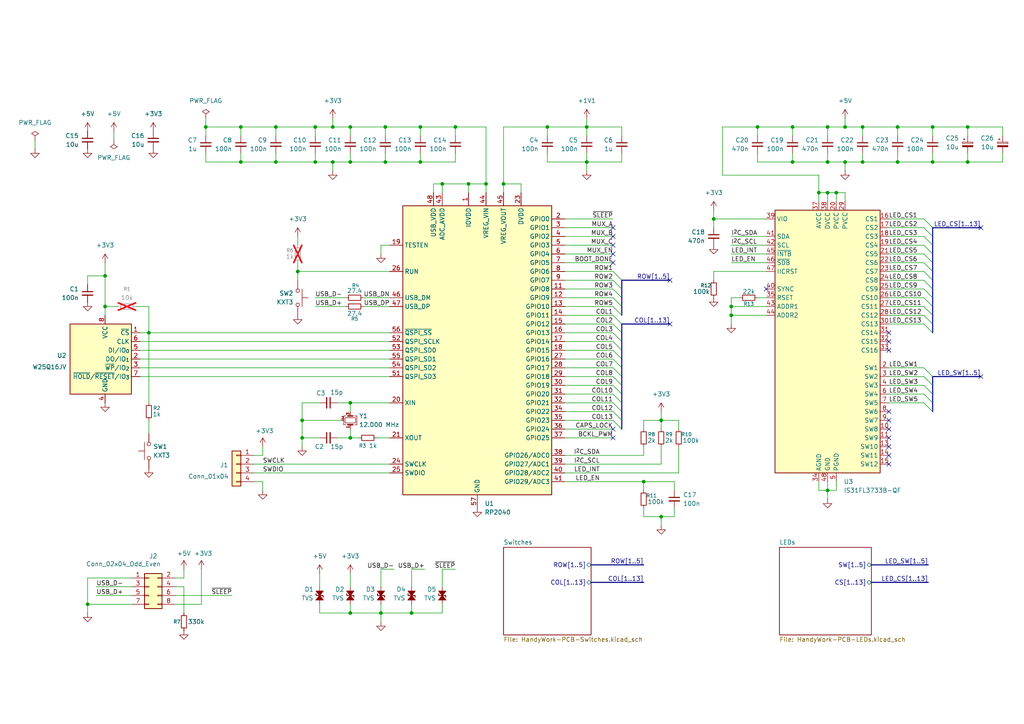
<source format=kicad_sch>
(kicad_sch (version 20250114) (generator "eeschema") (generator_version "9.0")
  (paper "A4")
  (title_block (date "2026-02-20") (rev "1.0") (company "Axel Voitier") (comment 2 "CERN Open Hardware Licence Version 2 - Weakly Reciprocal"))
  (junction (at 43.18 96.52))
  (junction (at 69.85 46.99))
  (junction (at 121.92 36.83))
  (junction (at 25.4 175.26))
  (junction (at 170.18 36.83))
  (junction (at 128.27 53.34))
  (junction (at 86.36 78.74))
  (junction (at 132.08 36.83))
  (junction (at 219.71 36.83))
  (junction (at 229.87 46.99))
  (junction (at 250.19 46.99))
  (junction (at 30.48 80.01))
  (junction (at 260.35 46.99))
  (junction (at 237.49 55.88))
  (junction (at 87.63 121.92))
  (junction (at 270.51 36.83))
  (junction (at 280.67 46.99))
  (junction (at 91.44 36.83))
  (junction (at 121.92 46.99))
  (junction (at 135.89 53.34))
  (junction (at 101.6 177.8))
  (junction (at 229.87 36.83))
  (junction (at 245.11 46.99))
  (junction (at 140.97 53.34))
  (junction (at 80.01 36.83))
  (junction (at 96.52 46.99))
  (junction (at 212.09 91.44))
  (junction (at 59.69 36.83))
  (junction (at 110.49 177.8))
  (junction (at 69.85 36.83))
  (junction (at 146.05 53.34))
  (junction (at 101.6 127))
  (junction (at 87.63 127))
  (junction (at 30.48 88.9))
  (junction (at 191.77 149.86))
  (junction (at 242.57 55.88))
  (junction (at 158.75 36.83))
  (junction (at 245.11 36.83))
  (junction (at 270.51 46.99))
  (junction (at 280.67 36.83))
  (junction (at 111.76 46.99))
  (junction (at 191.77 121.92))
  (junction (at 260.35 36.83))
  (junction (at 250.19 36.83))
  (junction (at 101.6 116.84))
  (junction (at 240.03 46.99))
  (junction (at 207.01 63.5))
  (junction (at 186.69 139.7))
  (junction (at 96.52 36.83))
  (junction (at 170.18 46.99))
  (junction (at 91.44 46.99))
  (junction (at 240.03 142.24))
  (junction (at 111.76 36.83))
  (junction (at 119.38 177.8))
  (junction (at 101.6 46.99))
  (junction (at 240.03 55.88))
  (junction (at 240.03 36.83))
  (junction (at 212.09 88.9))
  (junction (at 101.6 36.83))
  (junction (at 80.01 46.99))
  (no_connect (at 177.8 68.58))
  (no_connect (at 257.81 134.62))
  (no_connect (at 257.81 101.6))
  (no_connect (at 257.81 124.46))
  (no_connect (at 194.31 93.98))
  (no_connect (at 257.81 121.92))
  (no_connect (at 177.8 71.12))
  (no_connect (at 284.48 66.04))
  (no_connect (at 177.8 76.2))
  (no_connect (at 257.81 119.38))
  (no_connect (at 257.81 127))
  (no_connect (at 177.8 124.46))
  (no_connect (at 257.81 96.52))
  (no_connect (at 222.25 83.82))
  (no_connect (at 177.8 127))
  (no_connect (at 177.8 66.04))
  (no_connect (at 194.31 81.28))
  (no_connect (at 257.81 132.08))
  (no_connect (at 257.81 129.54))
  (no_connect (at 284.48 109.22))
  (no_connect (at 177.8 73.66))
  (no_connect (at 257.81 99.06))
  (bus_entry (at 177.8 96.52) (size 2.54 2.54))
  (bus_entry (at 270.51 96.52) (size -2.54 -2.54))
  (bus_entry (at 177.8 88.9) (size 2.54 2.54))
  (bus_entry (at 177.8 111.76) (size 2.54 2.54))
  (bus_entry (at 270.51 86.36) (size -2.54 -2.54))
  (bus_entry (at 270.51 73.66) (size -2.54 -2.54))
  (bus_entry (at 177.8 78.74) (size 2.54 2.54))
  (bus_entry (at 270.51 66.04) (size -2.54 -2.54))
  (bus_entry (at 270.51 76.2) (size -2.54 -2.54))
  (bus_entry (at 270.51 91.44) (size -2.54 -2.54))
  (bus_entry (at 177.8 101.6) (size 2.54 2.54))
  (bus_entry (at 177.8 81.28) (size 2.54 2.54))
  (bus_entry (at 177.8 121.92) (size 2.54 2.54))
  (bus_entry (at 270.51 109.22) (size -2.54 -2.54))
  (bus_entry (at 177.8 86.36) (size 2.54 2.54))
  (bus_entry (at 177.8 106.68) (size 2.54 2.54))
  (bus_entry (at 270.51 114.3) (size -2.54 -2.54))
  (bus_entry (at 270.51 78.74) (size -2.54 -2.54))
  (bus_entry (at 177.8 91.44) (size 2.54 2.54))
  (bus_entry (at 177.8 119.38) (size 2.54 2.54))
  (bus_entry (at 177.8 83.82) (size 2.54 2.54))
  (bus_entry (at 177.8 109.22) (size 2.54 2.54))
  (bus_entry (at 177.8 114.3) (size 2.54 2.54))
  (bus_entry (at 270.51 88.9) (size -2.54 -2.54))
  (bus_entry (at 177.8 93.98) (size 2.54 2.54))
  (bus_entry (at 270.51 93.98) (size -2.54 -2.54))
  (bus_entry (at 177.8 99.06) (size 2.54 2.54))
  (bus_entry (at 177.8 104.14) (size 2.54 2.54))
  (bus_entry (at 270.51 71.12) (size -2.54 -2.54))
  (bus_entry (at 270.51 111.76) (size -2.54 -2.54))
  (bus_entry (at 270.51 81.28) (size -2.54 -2.54))
  (bus_entry (at 270.51 83.82) (size -2.54 -2.54))
  (bus_entry (at 270.51 116.84) (size -2.54 -2.54))
  (bus_entry (at 177.8 116.84) (size 2.54 2.54))
  (bus_entry (at 270.51 68.58) (size -2.54 -2.54))
  (bus_entry (at 270.51 119.38) (size -2.54 -2.54))
  (wire (pts (xy 250.19 46.99) (xy 260.35 46.99)))
  (wire (pts (xy 163.83 66.04) (xy 177.8 66.04)))
  (wire (pts (xy 33.02 38.1) (xy 33.02 40.64)))
  (wire (pts (xy 40.64 104.14) (xy 113.03 104.14)))
  (wire (pts (xy 53.34 165.1) (xy 53.34 167.64)))
  (wire (pts (xy 135.89 53.34) (xy 135.89 55.88)))
  (wire (pts (xy 163.83 114.3) (xy 177.8 114.3)))
  (wire (pts (xy 86.36 68.58) (xy 86.36 71.12)))
  (wire (pts (xy 101.6 166.37) (xy 101.6 170.18)))
  (wire (pts (xy 186.69 149.86) (xy 191.77 149.86)))
  (bus (pts (xy 252.73 168.91) (xy 269.24 168.91)))
  (wire (pts (xy 219.71 86.36) (xy 222.25 86.36)))
  (wire (pts (xy 121.92 36.83) (xy 132.08 36.83)))
  (wire (pts (xy 237.49 50.8) (xy 237.49 55.88)))
  (wire (pts (xy 110.49 177.8) (xy 119.38 177.8)))
  (bus (pts (xy 180.34 111.76) (xy 180.34 109.22)))
  (wire (pts (xy 53.34 167.64) (xy 50.8 167.64)))
  (wire (pts (xy 86.36 76.2) (xy 86.36 78.74)))
  (wire (pts (xy 240.03 142.24) (xy 240.03 144.78)))
  (wire (pts (xy 92.71 177.8) (xy 101.6 177.8)))
  (wire (pts (xy 260.35 46.99) (xy 270.51 46.99)))
  (wire (pts (xy 53.34 170.18) (xy 53.34 177.8)))
  (wire (pts (xy 219.71 36.83) (xy 219.71 39.37)))
  (bus (pts (xy 270.51 88.9) (xy 270.51 86.36)))
  (wire (pts (xy 229.87 36.83) (xy 240.03 36.83)))
  (wire (pts (xy 101.6 175.26) (xy 101.6 177.8)))
  (wire (pts (xy 111.76 44.45) (xy 111.76 46.99)))
  (wire (pts (xy 257.81 106.68) (xy 267.97 106.68)))
  (wire (pts (xy 219.71 36.83) (xy 229.87 36.83)))
  (bus (pts (xy 180.34 99.06) (xy 180.34 96.52)))
  (wire (pts (xy 163.83 81.28) (xy 177.8 81.28)))
  (wire (pts (xy 207.01 81.28) (xy 207.01 78.74)))
  (wire (pts (xy 257.81 111.76) (xy 267.97 111.76)))
  (wire (pts (xy 245.11 46.99) (xy 250.19 46.99)))
  (wire (pts (xy 128.27 177.8) (xy 128.27 175.26)))
  (wire (pts (xy 280.67 46.99) (xy 280.67 44.45)))
  (bus (pts (xy 270.51 111.76) (xy 270.51 109.22)))
  (wire (pts (xy 163.83 139.7) (xy 186.69 139.7)))
  (wire (pts (xy 280.67 46.99) (xy 290.83 46.99)))
  (wire (pts (xy 119.38 165.1) (xy 123.19 165.1)))
  (wire (pts (xy 97.79 116.84) (xy 101.6 116.84)))
  (wire (pts (xy 40.64 101.6) (xy 113.03 101.6)))
  (wire (pts (xy 104.14 127) (xy 101.6 127)))
  (wire (pts (xy 69.85 36.83) (xy 80.01 36.83)))
  (bus (pts (xy 270.51 114.3) (xy 270.51 111.76)))
  (wire (pts (xy 109.22 127) (xy 113.03 127)))
  (wire (pts (xy 111.76 36.83) (xy 111.76 39.37)))
  (wire (pts (xy 59.69 34.29) (xy 59.69 36.83)))
  (wire (pts (xy 191.77 149.86) (xy 195.58 149.86)))
  (wire (pts (xy 59.69 36.83) (xy 69.85 36.83)))
  (wire (pts (xy 91.44 86.36) (xy 100.33 86.36)))
  (wire (pts (xy 158.75 36.83) (xy 170.18 36.83)))
  (bus (pts (xy 270.51 68.58) (xy 270.51 66.04)))
  (wire (pts (xy 240.03 36.83) (xy 245.11 36.83)))
  (wire (pts (xy 163.83 124.46) (xy 177.8 124.46)))
  (bus (pts (xy 171.45 168.91) (xy 186.69 168.91)))
  (wire (pts (xy 163.83 76.2) (xy 177.8 76.2)))
  (wire (pts (xy 96.52 36.83) (xy 101.6 36.83)))
  (wire (pts (xy 191.77 134.62) (xy 191.77 129.54)))
  (wire (pts (xy 30.48 88.9) (xy 34.29 88.9)))
  (wire (pts (xy 196.85 121.92) (xy 196.85 124.46)))
  (bus (pts (xy 270.51 71.12) (xy 270.51 68.58)))
  (wire (pts (xy 170.18 46.99) (xy 170.18 49.53)))
  (wire (pts (xy 163.83 104.14) (xy 177.8 104.14)))
  (wire (pts (xy 209.55 50.8) (xy 237.49 50.8)))
  (wire (pts (xy 128.27 53.34) (xy 128.27 55.88)))
  (wire (pts (xy 50.8 170.18) (xy 53.34 170.18)))
  (bus (pts (xy 270.51 86.36) (xy 270.51 83.82)))
  (wire (pts (xy 229.87 46.99) (xy 240.03 46.99)))
  (wire (pts (xy 186.69 147.32) (xy 186.69 149.86)))
  (wire (pts (xy 270.51 36.83) (xy 280.67 36.83)))
  (wire (pts (xy 73.66 132.08) (xy 76.2 132.08)))
  (wire (pts (xy 191.77 149.86) (xy 191.77 152.4)))
  (wire (pts (xy 92.71 166.37) (xy 92.71 170.18)))
  (wire (pts (xy 69.85 46.99) (xy 80.01 46.99)))
  (wire (pts (xy 170.18 36.83) (xy 170.18 39.37)))
  (wire (pts (xy 119.38 170.18) (xy 119.38 165.1)))
  (wire (pts (xy 121.92 36.83) (xy 121.92 39.37)))
  (wire (pts (xy 80.01 36.83) (xy 80.01 39.37)))
  (wire (pts (xy 163.83 86.36) (xy 177.8 86.36)))
  (bus (pts (xy 270.51 83.82) (xy 270.51 81.28)))
  (bus (pts (xy 270.51 119.38) (xy 270.51 116.84)))
  (wire (pts (xy 105.41 86.36) (xy 113.03 86.36)))
  (wire (pts (xy 96.52 34.29) (xy 96.52 36.83)))
  (wire (pts (xy 212.09 86.36) (xy 212.09 88.9)))
  (wire (pts (xy 240.03 44.45) (xy 240.03 46.99)))
  (wire (pts (xy 69.85 36.83) (xy 69.85 39.37)))
  (wire (pts (xy 158.75 39.37) (xy 158.75 36.83)))
  (wire (pts (xy 101.6 36.83) (xy 101.6 39.37)))
  (wire (pts (xy 163.83 83.82) (xy 177.8 83.82)))
  (bus (pts (xy 270.51 81.28) (xy 270.51 78.74)))
  (wire (pts (xy 69.85 44.45) (xy 69.85 46.99)))
  (wire (pts (xy 170.18 34.29) (xy 170.18 36.83)))
  (wire (pts (xy 163.83 106.68) (xy 177.8 106.68)))
  (wire (pts (xy 212.09 76.2) (xy 222.25 76.2)))
  (wire (pts (xy 111.76 36.83) (xy 121.92 36.83)))
  (wire (pts (xy 240.03 139.7) (xy 240.03 142.24)))
  (wire (pts (xy 59.69 44.45) (xy 59.69 46.99)))
  (wire (pts (xy 186.69 139.7) (xy 186.69 142.24)))
  (wire (pts (xy 121.92 44.45) (xy 121.92 46.99)))
  (wire (pts (xy 257.81 71.12) (xy 267.97 71.12)))
  (wire (pts (xy 50.8 175.26) (xy 58.42 175.26)))
  (wire (pts (xy 214.63 86.36) (xy 212.09 86.36)))
  (wire (pts (xy 80.01 44.45) (xy 80.01 46.99)))
  (wire (pts (xy 245.11 55.88) (xy 242.57 55.88)))
  (wire (pts (xy 242.57 142.24) (xy 242.57 139.7)))
  (wire (pts (xy 80.01 36.83) (xy 91.44 36.83)))
  (wire (pts (xy 245.11 36.83) (xy 250.19 36.83)))
  (wire (pts (xy 58.42 165.1) (xy 58.42 175.26)))
  (wire (pts (xy 163.83 91.44) (xy 177.8 91.44)))
  (bus (pts (xy 180.34 106.68) (xy 180.34 104.14)))
  (wire (pts (xy 43.18 96.52) (xy 43.18 116.84)))
  (wire (pts (xy 121.92 46.99) (xy 132.08 46.99)))
  (wire (pts (xy 257.81 93.98) (xy 267.97 93.98)))
  (wire (pts (xy 207.01 63.5) (xy 222.25 63.5)))
  (wire (pts (xy 163.83 63.5) (xy 177.8 63.5)))
  (bus (pts (xy 171.45 163.83) (xy 186.69 163.83)))
  (wire (pts (xy 186.69 121.92) (xy 191.77 121.92)))
  (bus (pts (xy 180.34 88.9) (xy 180.34 86.36)))
  (wire (pts (xy 257.81 83.82) (xy 267.97 83.82)))
  (wire (pts (xy 59.69 46.99) (xy 69.85 46.99)))
  (bus (pts (xy 270.51 109.22) (xy 284.48 109.22)))
  (wire (pts (xy 207.01 63.5) (xy 207.01 66.04)))
  (wire (pts (xy 132.08 36.83) (xy 132.08 39.37)))
  (wire (pts (xy 163.83 121.92) (xy 177.8 121.92)))
  (wire (pts (xy 113.03 137.16) (xy 73.66 137.16)))
  (wire (pts (xy 128.27 170.18) (xy 128.27 165.1)))
  (wire (pts (xy 91.44 46.99) (xy 96.52 46.99)))
  (wire (pts (xy 163.83 101.6) (xy 177.8 101.6)))
  (bus (pts (xy 180.34 124.46) (xy 180.34 121.92)))
  (wire (pts (xy 140.97 53.34) (xy 140.97 55.88)))
  (bus (pts (xy 180.34 81.28) (xy 194.31 81.28)))
  (wire (pts (xy 242.57 55.88) (xy 242.57 58.42)))
  (wire (pts (xy 87.63 127) (xy 87.63 121.92)))
  (wire (pts (xy 76.2 139.7) (xy 76.2 142.24)))
  (wire (pts (xy 91.44 36.83) (xy 91.44 39.37)))
  (wire (pts (xy 135.89 53.34) (xy 140.97 53.34)))
  (wire (pts (xy 257.81 109.22) (xy 267.97 109.22)))
  (wire (pts (xy 212.09 91.44) (xy 212.09 93.98)))
  (wire (pts (xy 101.6 36.83) (xy 111.76 36.83)))
  (wire (pts (xy 257.81 73.66) (xy 267.97 73.66)))
  (wire (pts (xy 87.63 116.84) (xy 92.71 116.84)))
  (wire (pts (xy 260.35 36.83) (xy 270.51 36.83)))
  (wire (pts (xy 40.64 106.68) (xy 113.03 106.68)))
  (wire (pts (xy 132.08 36.83) (xy 140.97 36.83)))
  (bus (pts (xy 270.51 93.98) (xy 270.51 91.44)))
  (wire (pts (xy 101.6 177.8) (xy 110.49 177.8)))
  (wire (pts (xy 86.36 78.74) (xy 86.36 81.28)))
  (wire (pts (xy 101.6 116.84) (xy 101.6 119.38)))
  (wire (pts (xy 250.19 36.83) (xy 260.35 36.83)))
  (wire (pts (xy 151.13 53.34) (xy 146.05 53.34)))
  (wire (pts (xy 237.49 142.24) (xy 240.03 142.24)))
  (bus (pts (xy 180.34 93.98) (xy 194.31 93.98)))
  (wire (pts (xy 110.49 165.1) (xy 110.49 170.18)))
  (wire (pts (xy 114.3 165.1) (xy 110.49 165.1)))
  (wire (pts (xy 91.44 44.45) (xy 91.44 46.99)))
  (wire (pts (xy 191.77 121.92) (xy 191.77 124.46)))
  (wire (pts (xy 158.75 46.99) (xy 158.75 44.45)))
  (wire (pts (xy 163.83 73.66) (xy 177.8 73.66)))
  (wire (pts (xy 257.81 66.04) (xy 267.97 66.04)))
  (wire (pts (xy 186.69 132.08) (xy 186.69 129.54)))
  (wire (pts (xy 30.48 76.2) (xy 30.48 80.01)))
  (bus (pts (xy 180.34 83.82) (xy 180.34 81.28)))
  (wire (pts (xy 105.41 88.9) (xy 113.03 88.9)))
  (bus (pts (xy 270.51 116.84) (xy 270.51 114.3)))
  (wire (pts (xy 229.87 36.83) (xy 229.87 39.37)))
  (wire (pts (xy 101.6 44.45) (xy 101.6 46.99)))
  (wire (pts (xy 146.05 53.34) (xy 146.05 36.83)))
  (wire (pts (xy 25.4 82.55) (xy 25.4 80.01)))
  (bus (pts (xy 180.34 109.22) (xy 180.34 106.68)))
  (wire (pts (xy 163.83 134.62) (xy 191.77 134.62)))
  (wire (pts (xy 96.52 46.99) (xy 101.6 46.99)))
  (wire (pts (xy 191.77 119.38) (xy 191.77 121.92)))
  (wire (pts (xy 163.83 68.58) (xy 177.8 68.58)))
  (wire (pts (xy 170.18 36.83) (xy 180.34 36.83)))
  (bus (pts (xy 270.51 66.04) (xy 284.48 66.04)))
  (wire (pts (xy 97.79 127) (xy 101.6 127)))
  (wire (pts (xy 163.83 109.22) (xy 177.8 109.22)))
  (wire (pts (xy 163.83 119.38) (xy 177.8 119.38)))
  (wire (pts (xy 163.83 116.84) (xy 177.8 116.84)))
  (wire (pts (xy 270.51 46.99) (xy 270.51 44.45)))
  (wire (pts (xy 195.58 149.86) (xy 195.58 147.32)))
  (wire (pts (xy 280.67 36.83) (xy 290.83 36.83)))
  (bus (pts (xy 180.34 114.3) (xy 180.34 111.76)))
  (wire (pts (xy 163.83 71.12) (xy 177.8 71.12)))
  (wire (pts (xy 257.81 78.74) (xy 267.97 78.74)))
  (wire (pts (xy 163.83 132.08) (xy 186.69 132.08)))
  (wire (pts (xy 245.11 58.42) (xy 245.11 55.88)))
  (wire (pts (xy 207.01 60.96) (xy 207.01 63.5)))
  (bus (pts (xy 180.34 86.36) (xy 180.34 83.82)))
  (wire (pts (xy 242.57 55.88) (xy 240.03 55.88)))
  (wire (pts (xy 240.03 55.88) (xy 237.49 55.88)))
  (wire (pts (xy 240.03 36.83) (xy 240.03 39.37)))
  (wire (pts (xy 229.87 44.45) (xy 229.87 46.99)))
  (wire (pts (xy 237.49 55.88) (xy 237.49 58.42)))
  (wire (pts (xy 163.83 96.52) (xy 177.8 96.52)))
  (wire (pts (xy 92.71 175.26) (xy 92.71 177.8)))
  (bus (pts (xy 180.34 116.84) (xy 180.34 114.3)))
  (wire (pts (xy 163.83 137.16) (xy 196.85 137.16)))
  (wire (pts (xy 163.83 99.06) (xy 177.8 99.06)))
  (bus (pts (xy 180.34 104.14) (xy 180.34 101.6)))
  (wire (pts (xy 86.36 78.74) (xy 113.03 78.74)))
  (wire (pts (xy 110.49 71.12) (xy 113.03 71.12)))
  (wire (pts (xy 25.4 175.26) (xy 25.4 177.8)))
  (wire (pts (xy 212.09 71.12) (xy 222.25 71.12)))
  (wire (pts (xy 212.09 91.44) (xy 222.25 91.44)))
  (wire (pts (xy 30.48 88.9) (xy 30.48 91.44)))
  (wire (pts (xy 180.34 36.83) (xy 180.34 39.37)))
  (wire (pts (xy 101.6 46.99) (xy 111.76 46.99)))
  (wire (pts (xy 163.83 111.76) (xy 177.8 111.76)))
  (wire (pts (xy 280.67 36.83) (xy 280.67 39.37)))
  (wire (pts (xy 125.73 55.88) (xy 125.73 53.34)))
  (wire (pts (xy 170.18 46.99) (xy 158.75 46.99)))
  (wire (pts (xy 257.81 81.28) (xy 267.97 81.28)))
  (bus (pts (xy 180.34 101.6) (xy 180.34 99.06)))
  (wire (pts (xy 260.35 44.45) (xy 260.35 46.99)))
  (bus (pts (xy 180.34 91.44) (xy 180.34 88.9)))
  (wire (pts (xy 10.16 40.64) (xy 10.16 43.18)))
  (wire (pts (xy 110.49 175.26) (xy 110.49 177.8)))
  (wire (pts (xy 257.81 91.44) (xy 267.97 91.44)))
  (bus (pts (xy 270.51 96.52) (xy 270.51 93.98)))
  (wire (pts (xy 257.81 88.9) (xy 267.97 88.9)))
  (wire (pts (xy 91.44 36.83) (xy 96.52 36.83)))
  (wire (pts (xy 219.71 46.99) (xy 229.87 46.99)))
  (wire (pts (xy 43.18 96.52) (xy 113.03 96.52)))
  (wire (pts (xy 209.55 50.8) (xy 209.55 36.83)))
  (wire (pts (xy 257.81 68.58) (xy 267.97 68.58)))
  (wire (pts (xy 43.18 121.92) (xy 43.18 125.73)))
  (wire (pts (xy 43.18 96.52) (xy 43.18 88.9)))
  (wire (pts (xy 180.34 46.99) (xy 170.18 46.99)))
  (bus (pts (xy 252.73 163.83) (xy 269.24 163.83)))
  (wire (pts (xy 195.58 139.7) (xy 195.58 142.24)))
  (wire (pts (xy 257.81 63.5) (xy 267.97 63.5)))
  (wire (pts (xy 290.83 46.99) (xy 290.83 44.45)))
  (bus (pts (xy 270.51 76.2) (xy 270.51 73.66)))
  (wire (pts (xy 270.51 46.99) (xy 280.67 46.99)))
  (wire (pts (xy 237.49 139.7) (xy 237.49 142.24)))
  (wire (pts (xy 25.4 167.64) (xy 25.4 175.26)))
  (wire (pts (xy 25.4 175.26) (xy 38.1 175.26)))
  (bus (pts (xy 270.51 73.66) (xy 270.51 71.12)))
  (wire (pts (xy 132.08 46.99) (xy 132.08 44.45)))
  (wire (pts (xy 170.18 44.45) (xy 170.18 46.99)))
  (wire (pts (xy 110.49 73.66) (xy 110.49 71.12)))
  (wire (pts (xy 128.27 53.34) (xy 135.89 53.34)))
  (wire (pts (xy 125.73 53.34) (xy 128.27 53.34)))
  (bus (pts (xy 270.51 91.44) (xy 270.51 88.9)))
  (wire (pts (xy 39.37 88.9) (xy 43.18 88.9)))
  (wire (pts (xy 209.55 36.83) (xy 219.71 36.83)))
  (wire (pts (xy 76.2 132.08) (xy 76.2 129.54)))
  (wire (pts (xy 96.52 46.99) (xy 96.52 49.53)))
  (wire (pts (xy 87.63 121.92) (xy 87.63 116.84)))
  (wire (pts (xy 91.44 88.9) (xy 100.33 88.9)))
  (wire (pts (xy 207.01 78.74) (xy 222.25 78.74)))
  (wire (pts (xy 87.63 127) (xy 87.63 129.54)))
  (wire (pts (xy 219.71 44.45) (xy 219.71 46.99)))
  (wire (pts (xy 240.03 46.99) (xy 245.11 46.99)))
  (bus (pts (xy 270.51 78.74) (xy 270.51 76.2)))
  (wire (pts (xy 146.05 55.88) (xy 146.05 53.34)))
  (wire (pts (xy 140.97 36.83) (xy 140.97 53.34)))
  (bus (pts (xy 180.34 96.52) (xy 180.34 93.98)))
  (wire (pts (xy 110.49 177.8) (xy 110.49 180.34)))
  (wire (pts (xy 119.38 177.8) (xy 128.27 177.8)))
  (bus (pts (xy 180.34 121.92) (xy 180.34 119.38)))
  (wire (pts (xy 212.09 68.58) (xy 222.25 68.58)))
  (wire (pts (xy 40.64 99.06) (xy 113.03 99.06)))
  (wire (pts (xy 270.51 36.83) (xy 270.51 39.37)))
  (bus (pts (xy 180.34 119.38) (xy 180.34 116.84)))
  (wire (pts (xy 92.71 127) (xy 87.63 127)))
  (wire (pts (xy 38.1 167.64) (xy 25.4 167.64)))
  (wire (pts (xy 290.83 36.83) (xy 290.83 39.37)))
  (wire (pts (xy 163.83 127) (xy 177.8 127)))
  (wire (pts (xy 250.19 44.45) (xy 250.19 46.99)))
  (wire (pts (xy 245.11 34.29) (xy 245.11 36.83)))
  (wire (pts (xy 40.64 109.22) (xy 113.03 109.22)))
  (wire (pts (xy 113.03 134.62) (xy 73.66 134.62)))
  (wire (pts (xy 191.77 121.92) (xy 196.85 121.92)))
  (wire (pts (xy 257.81 114.3) (xy 267.97 114.3)))
  (wire (pts (xy 80.01 46.99) (xy 91.44 46.99)))
  (wire (pts (xy 212.09 88.9) (xy 212.09 91.44)))
  (wire (pts (xy 146.05 36.83) (xy 158.75 36.83)))
  (wire (pts (xy 30.48 80.01) (xy 30.48 88.9)))
  (wire (pts (xy 27.94 170.18) (xy 38.1 170.18)))
  (wire (pts (xy 257.81 86.36) (xy 267.97 86.36)))
  (wire (pts (xy 257.81 116.84) (xy 267.97 116.84)))
  (wire (pts (xy 59.69 39.37) (xy 59.69 36.83)))
  (wire (pts (xy 27.94 172.72) (xy 38.1 172.72)))
  (wire (pts (xy 186.69 124.46) (xy 186.69 121.92)))
  (wire (pts (xy 119.38 175.26) (xy 119.38 177.8)))
  (wire (pts (xy 50.8 172.72) (xy 67.31 172.72)))
  (wire (pts (xy 87.63 121.92) (xy 99.06 121.92)))
  (wire (pts (xy 250.19 36.83) (xy 250.19 39.37)))
  (wire (pts (xy 186.69 139.7) (xy 195.58 139.7)))
  (wire (pts (xy 111.76 46.99) (xy 121.92 46.99)))
  (wire (pts (xy 151.13 55.88) (xy 151.13 53.34)))
  (wire (pts (xy 240.03 55.88) (xy 240.03 58.42)))
  (wire (pts (xy 101.6 127) (xy 101.6 124.46)))
  (wire (pts (xy 196.85 137.16) (xy 196.85 129.54)))
  (wire (pts (xy 163.83 88.9) (xy 177.8 88.9)))
  (wire (pts (xy 212.09 73.66) (xy 222.25 73.66)))
  (wire (pts (xy 163.83 78.74) (xy 177.8 78.74)))
  (wire (pts (xy 163.83 93.98) (xy 177.8 93.98)))
  (wire (pts (xy 73.66 139.7) (xy 76.2 139.7)))
  (wire (pts (xy 260.35 36.83) (xy 260.35 39.37)))
  (wire (pts (xy 240.03 142.24) (xy 242.57 142.24)))
  (wire (pts (xy 180.34 44.45) (xy 180.34 46.99)))
  (wire (pts (xy 128.27 165.1) (xy 132.08 165.1)))
  (wire (pts (xy 257.81 76.2) (xy 267.97 76.2)))
  (wire (pts (xy 25.4 80.01) (xy 30.48 80.01)))
  (wire (pts (xy 101.6 116.84) (xy 113.03 116.84)))
  (wire (pts (xy 212.09 88.9) (xy 222.25 88.9)))
  (wire (pts (xy 245.11 46.99) (xy 245.11 49.53)))
  (wire (pts (xy 40.64 96.52) (xy 43.18 96.52)))
  (label "COL6" (at 177.8 104.14 180))
  (label "USB_D+" (at 123.19 165.1 180))
  (label "SWCLK" (at 76.2 134.62 0))
  (label "USB_D+" (at 27.94 172.72 0))
  (label "CAPS_LOCK" (at 177.8 124.46 180))
  (label "ROW5" (at 177.8 88.9 180))
  (label "ROW[1..5]" (at 194.31 81.28 180))
  (label "LED_CS2" (at 257.81 66.04 0))
  (label "LED_CS9" (at 257.81 83.82 0))
  (label "LED_INT" (at 212.09 73.66 0))
  (label "ROW2" (at 177.8 81.28 180))
  (label "COL13" (at 177.8 121.92 180))
  (label "LED_SW4" (at 257.81 114.3 0))
  (label "COL7" (at 177.8 106.68 180))
  (label "COL4" (at 177.8 99.06 180))
  (label "~{SLEEP}" (at 132.08 165.1 180))
  (label "USB_DP" (at 113.03 88.9 180))
  (label "LED_SW[1..5]" (at 284.48 109.22 180))
  (label "I^{2}C_SCL" (at 173.99 134.62 180))
  (label "COL1" (at 177.8 91.44 180))
  (label "I^{2}C_SDA" (at 212.09 68.58 0))
  (label "MUX_EN" (at 177.8 73.66 180))
  (label "LED_CS[1..13]" (at 269.24 168.91 180))
  (label "LED_SW2" (at 257.81 109.22 0))
  (label "USB_D+" (at 91.44 88.9 0))
  (label "LED_SW3" (at 257.81 111.76 0))
  (label "USB_D-" (at 91.44 86.36 0))
  (label "COL2" (at 177.8 93.98 180))
  (label "COL5" (at 177.8 101.6 180))
  (label "LED_CS3" (at 257.81 68.58 0))
  (label "LED_EN" (at 173.99 139.7 180))
  (label "~{SLEEP}" (at 177.8 63.5 180))
  (label "COL3" (at 177.8 96.52 180))
  (label "~{SLEEP}" (at 67.31 172.72 180))
  (label "LED_SW[1..5]" (at 269.24 163.83 180))
  (label "LED_CS10" (at 257.81 86.36 0))
  (label "BOOT_DONE" (at 177.8 76.2 180))
  (label "ROW3" (at 177.8 83.82 180))
  (label "COL[1..13]" (at 186.69 168.91 180))
  (label "LED_CS6" (at 257.81 76.2 0))
  (label "MUX_A" (at 177.8 66.04 180))
  (label "LED_CS8" (at 257.81 81.28 0))
  (label "COL11" (at 177.8 116.84 180))
  (label "SWDIO" (at 76.2 137.16 0))
  (label "LED_CS1" (at 257.81 63.5 0))
  (label "LED_SW5" (at 257.81 116.84 0))
  (label "LED_CS11" (at 257.81 88.9 0))
  (label "MUX_B" (at 177.8 68.58 180))
  (label "LED_CS4" (at 257.81 71.12 0))
  (label "LED_EN" (at 212.09 76.2 0))
  (label "LED_CS[1..13]" (at 284.48 66.04 180))
  (label "COL10" (at 177.8 114.3 180))
  (label "ROW[1..5]" (at 186.69 163.83 180))
  (label "LED_CS5" (at 257.81 73.66 0))
  (label "COL9" (at 177.8 111.76 180))
  (label "USB_D-" (at 114.3 165.1 180))
  (label "COL[1..13]" (at 194.31 93.98 180))
  (label "USB_D-" (at 27.94 170.18 0))
  (label "I^{2}C_SCL" (at 212.09 71.12 0))
  (label "I^{2}C_SDA" (at 173.99 132.08 180))
  (label "LED_CS12" (at 257.81 91.44 0))
  (label "LED_CS7" (at 257.81 78.74 0))
  (label "LED_INT" (at 173.99 137.16 180))
  (label "USB_DN" (at 113.03 86.36 180))
  (label "COL8" (at 177.8 109.22 180))
  (label "MUX_C" (at 177.8 71.12 180))
  (label "LED_SW1" (at 257.81 106.68 0))
  (label "COL12" (at 177.8 119.38 180))
  (label "ROW4" (at 177.8 86.36 180))
  (label "ROW1" (at 177.8 78.74 180))
  (label "BCKL_PWM" (at 177.8 127 180))
  (label "LED_CS13" (at 257.81 93.98 0))
  (symbol (lib_id "Device:C_Polarized_Small") (at 290.83 41.91 0) (unit 1)
    (property "Reference" "C26" (at 288.29 40.0938 0) (effects (justify right)))
    (property "Value" "10u" (at 288.29 42.6338 0) (effects (justify right)))
    (property "Footprint" "Capacitor_Tantalum_SMD:CP_EIA-3216-18_Kemet-A_HandSolder" (effects (hide yes)))
    (property "Description" "10uF, 10V, Tantalum" (effects (hide yes)))
    (property "LCSC" "C7171" (effects (hide yes)))
  )
  (symbol (lib_id "Device:C_Small") (at 158.75 41.91 0) (mirror y) (unit 1)
    (property "Reference" "C4" (at 156.21 40.6462 0) (effects (justify left)))
    (property "Value" "100n" (at 156.21 43.1862 0) (effects (justify left)))
    (property "Footprint" "Capacitor_SMD:C_0402_1005Metric" (effects (hide yes)))
    (property "Description" "Unpolarized capacitor, small symbol" (effects (hide yes)))
    (property "LCSC" "C1525" (effects (hide yes)))
  )
  (symbol (lib_id "power:GND") (at 30.48 116.84 0) (unit 1)
    (property "Reference" "#PWR03" (effects (hide yes)))
    (property "Value" "GND" (effects (hide yes)))
    (property "Description" "Power symbol creates a global label with name \"GND\" , ground" (effects (hide yes)))
  )
  (symbol (lib_id "power:GND") (at 240.03 144.78 0) (unit 1)
    (property "Reference" "#PWR029" (effects (hide yes)))
    (property "Value" "GND" (effects (hide yes)))
    (property "Description" "Power symbol creates a global label with name \"GND\" , ground" (effects (hide yes)))
  )
  (symbol (lib_id "power:GND") (at 207.01 86.36 0) (unit 1)
    (property "Reference" "#PWR032" (effects (hide yes)))
    (property "Value" "GND" (effects (hide yes)))
    (property "Description" "Power symbol creates a global label with name \"GND\" , ground" (effects (hide yes)))
  )
  (symbol (lib_id "Device:D_TVS_Small_Filled") (at 110.49 172.72 90) (unit 1)
    (property "Reference" "D3" (at 107.442 170.942 90))
    (property "Value" "TVS" (at 106.934 173.482 90))
    (property "Footprint" "Diode_SMD:D_SOD-523" (effects (hide yes)))
    (property "Description" "Bidirectional transient-voltage-suppression diode, small symbol, filled shape" (effects (hide yes)))
    (property "LCSC" "C20615820" (effects (hide yes)))
  )
  (symbol (lib_id "Device:C_Small") (at 80.01 41.91 0) (mirror y) (unit 1)
    (property "Reference" "C9" (at 77.47 40.6462 0) (effects (justify left)))
    (property "Value" "100n" (at 77.47 43.1862 0) (effects (justify left)))
    (property "Footprint" "Capacitor_SMD:C_0402_1005Metric" (effects (hide yes)))
    (property "Description" "Unpolarized capacitor, small symbol" (effects (hide yes)))
    (property "LCSC" "C1525" (effects (hide yes)))
  )
  (symbol (lib_id "Device:C_Small") (at 270.51 41.91 0) (mirror y) (unit 1)
    (property "Reference" "C24" (at 267.97 40.6462 0) (effects (justify left)))
    (property "Value" "100n" (at 267.97 43.1862 0) (effects (justify left)))
    (property "Footprint" "Capacitor_SMD:C_0402_1005Metric" (effects (hide yes)))
    (property "Description" "Unpolarized capacitor, small symbol" (effects (hide yes)))
    (property "LCSC" "C1525" (effects (hide yes)))
  )
  (symbol (lib_id "Device:C_Small") (at 170.18 41.91 0) (mirror y) (unit 1)
    (property "Reference" "C5" (at 167.64 40.6462 0) (effects (justify left)))
    (property "Value" "100n" (at 167.64 43.1862 0) (effects (justify left)))
    (property "Footprint" "Capacitor_SMD:C_0402_1005Metric" (effects (hide yes)))
    (property "Description" "Unpolarized capacitor, small symbol" (effects (hide yes)))
    (property "LCSC" "C1525" (effects (hide yes)))
  )
  (symbol (lib_id "Device:C_Small") (at 91.44 41.91 0) (mirror y) (unit 1)
    (property "Reference" "C10" (at 88.9 40.6462 0) (effects (justify left)))
    (property "Value" "100n" (at 88.9 43.1862 0) (effects (justify left)))
    (property "Footprint" "Capacitor_SMD:C_0402_1005Metric" (effects (hide yes)))
    (property "Description" "Unpolarized capacitor, small symbol" (effects (hide yes)))
    (property "LCSC" "C1525" (effects (hide yes)))
  )
  (symbol (lib_id "Device:Crystal_GND24_Small") (at 101.6 121.92 270) (mirror x) (unit 1)
    (property "Reference" "Y1" (at 104.14 120.6499 90) (effects (justify left)))
    (property "Value" "12.000 MHz" (at 104.14 123.1899 90) (effects (justify left)))
    (property "Footprint" "Crystal:Crystal_SMD_Abracon_ABM8AIG-4Pin_3.2x2.5mm" (effects (hide yes)))
    (property "Description" "Four pin crystal, GND on pins 2 and 4, small symbol" (effects (hide yes)))
    (property private "KLC_S3.3" "The rectangle is not a symbol body but a graphical element" (effects (hide yes)))
    (property private "KLC_S4.1" "Some pins are on 50mil grid to make the symbol small" (effects (hide yes)))
    (property "MPN" "ABM8-272-T3" (effects (hide yes)))
    (property "Mouser" "815-ABM8-272-T3 " (effects (hide yes)))
    (property "Digikey" "535-ABM8-272-T3CT-ND" (effects (hide yes)))
    (property "LCSC" "C20625731" (effects (hide yes)))
  )
  (symbol (lib_id "Device:R_Small") (at 86.36 73.66 180) (unit 1) (in_bom no) (dnp yes)
    (property "Reference" "R6" (at 84.074 72.644 0) (effects (font (size 1.016 1.016))))
    (property "Value" "1k" (at 84.074 74.422 0))
    (property "Footprint" "Resistor_SMD:R_0402_1005Metric" (effects (hide yes)))
    (property "Description" "Resistor, small symbol" (effects (hide yes)))
    (property "LCSC" "C11702" (effects (hide yes)))
  )
  (symbol (lib_id "power:+3V3") (at 30.48 76.2 0) (unit 1)
    (property "Reference" "#PWR01" (effects (hide yes)))
    (property "Value" "+3V3" (at 30.48 71.12 0))
    (property "Description" "Power symbol creates a global label with name \"+3V3\"" (effects (hide yes)))
  )
  (symbol (lib_id "Device:R_Small") (at 196.85 127 0) (mirror x) (unit 1)
    (property "Reference" "R10" (at 199.136 125.984 0) (effects (font (size 1.016 1.016))))
    (property "Value" "100k" (at 200.406 127.762 0))
    (property "Footprint" "Resistor_SMD:R_0402_1005Metric" (effects (hide yes)))
    (property "Description" "Resistor, small symbol" (effects (hide yes)))
    (property "LCSC" "C25741" (effects (hide yes)))
  )
  (symbol (lib_id "power:GND") (at 207.01 71.12 0) (unit 1)
    (property "Reference" "#PWR031" (effects (hide yes)))
    (property "Value" "GND" (effects (hide yes)))
    (property "Description" "Power symbol creates a global label with name \"GND\" , ground" (effects (hide yes)))
  )
  (symbol (lib_id "Device:D_TVS_Small_Filled") (at 119.38 172.72 90) (unit 1)
    (property "Reference" "D4" (at 116.332 170.942 90))
    (property "Value" "TVS" (at 115.824 173.482 90))
    (property "Footprint" "Diode_SMD:D_SOD-523" (effects (hide yes)))
    (property "Description" "Bidirectional transient-voltage-suppression diode, small symbol, filled shape" (effects (hide yes)))
    (property "LCSC" "C20615820" (effects (hide yes)))
  )
  (symbol (lib_id "power:GND") (at 170.18 49.53 0) (unit 1)
    (property "Reference" "#PWR012" (effects (hide yes)))
    (property "Value" "GND" (effects (hide yes)))
    (property "Description" "Power symbol creates a global label with name \"GND\" , ground" (effects (hide yes)))
  )
  (symbol (lib_id "power:+5V") (at 25.4 38.1 0) (unit 1)
    (property "Reference" "#PWR023" (effects (hide yes)))
    (property "Value" "+5V" (at 25.4 33.02 0))
    (property "Description" "Power symbol creates a global label with name \"+5V\"" (effects (hide yes)))
  )
  (symbol (lib_id "Connector_Generic:Conn_01x04") (at 68.58 134.62 0) (mirror y) (unit 1) (in_bom no)
    (property "Reference" "J1" (at 65.024 134.874 0))
    (property "Value" "Conn_01x04" (at 60.452 138.176 0))
    (property "Footprint" "Connector_PinHeader_1.00mm:PinHeader_1x04_P1.00mm_Vertical" (effects (hide yes)))
    (property "Description" "Generic connector, single row, 01x04, script generated (kicad-library-utils/schlib/autogen/connector/)" (effects (hide yes)))
  )
  (symbol (lib_id "Connector_Generic:Conn_02x04_Odd_Even") (at 43.18 170.18 0) (unit 1) (in_bom no)
    (property "Reference" "J2" (at 44.45 161.29 0))
    (property "Value" "Conn_02x04_Odd_Even" (at 35.814 163.576 0))
    (property "Footprint" "Framework:A1 Board PCB" (effects (hide yes)))
    (property "Description" "Generic connector, double row, 02x04, odd/even pin numbering scheme (row 1 odd numbers, row 2 even numbers), script generated (kicad-library-utils/schlib/autogen/connector/)" (effects (hide yes)))
  )
  (symbol (lib_id "power:PWR_FLAG") (at 10.16 40.64 0) (unit 1)
    (property "Reference" "#FLG03" (effects (hide yes)))
    (property "Value" "PWR_FLAG" (at 10.16 35.56 0))
    (property "Description" "Special symbol for telling ERC where power comes from" (effects (hide yes)))
  )
  (symbol (lib_id "power:+3V3") (at 86.36 68.58 0) (unit 1)
    (property "Reference" "#PWR08" (effects (hide yes)))
    (property "Value" "+3V3" (at 86.36 63.5 0))
    (property "Description" "Power symbol creates a global label with name \"+3V3\"" (effects (hide yes)))
  )
  (symbol (lib_id "power:GND") (at 110.49 73.66 0) (unit 1)
    (property "Reference" "#PWR06" (effects (hide yes)))
    (property "Value" "GND" (effects (hide yes)))
    (property "Description" "Power symbol creates a global label with name \"GND\" , ground" (effects (hide yes)))
  )
  (symbol (lib_id "Device:C_Small") (at 250.19 41.91 0) (mirror y) (unit 1)
    (property "Reference" "C22" (at 247.65 40.6462 0) (effects (justify left)))
    (property "Value" "100n" (at 247.65 43.1862 0) (effects (justify left)))
    (property "Footprint" "Capacitor_SMD:C_0402_1005Metric" (effects (hide yes)))
    (property "Description" "Unpolarized capacitor, small symbol" (effects (hide yes)))
    (property "LCSC" "C1525" (effects (hide yes)))
  )
  (symbol (lib_id "Device:R_Small") (at 36.83 88.9 90) (unit 1) (in_bom no) (dnp yes)
    (property "Reference" "R1" (at 36.83 83.82 90) (effects (font (size 1.016 1.016))))
    (property "Value" "10k" (at 36.83 86.36 90))
    (property "Footprint" "Resistor_SMD:R_0402_1005Metric" (effects (hide yes)))
    (property "Description" "Resistor, small symbol" (effects (hide yes)))
    (property "LCSC" "C25744" (effects (hide yes)))
  )
  (symbol (lib_id "Device:C_Small") (at 219.71 41.91 0) (mirror y) (unit 1)
    (property "Reference" "C20" (at 217.17 40.6462 0) (effects (justify left)))
    (property "Value" "470n" (at 217.17 43.1862 0) (effects (justify left)))
    (property "Footprint" "Capacitor_SMD:C_0603_1608Metric" (effects (hide yes)))
    (property "Description" "Unpolarized capacitor, small symbol" (effects (hide yes)))
    (property "LCSC" "C1623" (effects (hide yes)))
  )
  (symbol (lib_id "power:GND") (at 10.16 43.18 0) (unit 1)
    (property "Reference" "#PWR038" (effects (hide yes)))
    (property "Value" "GND" (effects (hide yes)))
    (property "Description" "Power symbol creates a global label with name \"GND\" , ground" (effects (hide yes)))
  )
  (symbol (lib_id "power:GND") (at 25.4 43.18 0) (unit 1)
    (property "Reference" "#PWR025" (effects (hide yes)))
    (property "Value" "GND" (effects (hide yes)))
    (property "Description" "Power symbol creates a global label with name \"GND\" , ground" (effects (hide yes)))
  )
  (symbol (lib_id "Memory_Flash:W25Q16JVSS") (at 30.48 104.14 0) (mirror y) (unit 1)
    (property "Reference" "U2" (at 19.304 103.124 0) (effects (justify left)))
    (property "Value" "W25Q16JV" (at 19.304 106.426 0) (effects (justify left)))
    (property "Footprint" "Package_SON:Winbond_USON-8-1EP_3x2mm_P0.5mm_EP0.2x1.6mm" (effects (hide yes)))
    (property "Datasheet" "https://www.winbond.com/hq/support/documentation/levelOne.jsp?__locale=en&DocNo=DA00-W25Q16JV.1" (effects (hide yes)))
    (property "Description" "16Mbit / 2MiB Serial Flash Memory, Standard/Dual/Quad SPI, 2.7-3.6V, SOIC-8 (208 mil)" (effects (hide yes)))
    (property "MPN" "W25Q16JVUXIQ" (effects (hide yes)))
    (property "Mouser" "454-W25Q16JVUXIQTR " (effects (hide yes)))
    (property "Digikey" "256-W25Q16JVUXIQTRCT-ND" (effects (hide yes)))
    (property "LCSC" "C2843335" (effects (hide yes)))
  )
  (symbol (lib_id "Device:D_TVS_Small_Filled") (at 101.6 172.72 90) (unit 1)
    (property "Reference" "D2" (at 98.552 170.942 90))
    (property "Value" "TVS" (at 98.044 173.482 90))
    (property "Footprint" "Diode_SMD:D_SOD-523" (effects (hide yes)))
    (property "Description" "Bidirectional transient-voltage-suppression diode, small symbol, filled shape" (effects (hide yes)))
    (property "LCSC" "C20615820" (effects (hide yes)))
  )
  (symbol (lib_id "power:+5V") (at 53.34 165.1 0) (unit 1)
    (property "Reference" "#PWR017" (effects (hide yes)))
    (property "Value" "+5V" (at 53.34 160.528 0))
    (property "Description" "Power symbol creates a global label with name \"+5V\"" (effects (hide yes)))
  )
  (symbol (lib_id "Device:C_Small") (at 132.08 41.91 0) (mirror y) (unit 1)
    (property "Reference" "C14" (at 129.54 40.6462 0) (effects (justify left)))
    (property "Value" "100n" (at 129.54 43.1862 0) (effects (justify left)))
    (property "Footprint" "Capacitor_SMD:C_0402_1005Metric" (effects (hide yes)))
    (property "Description" "Unpolarized capacitor, small symbol" (effects (hide yes)))
    (property "LCSC" "C1525" (effects (hide yes)))
  )
  (symbol (lib_id "power:GND") (at 191.77 152.4 0) (unit 1)
    (property "Reference" "#PWR028" (effects (hide yes)))
    (property "Value" "GND" (effects (hide yes)))
    (property "Description" "Power symbol creates a global label with name \"GND\" , ground" (effects (hide yes)))
  )
  (symbol (lib_id "power:+1V1") (at 170.18 34.29 0) (unit 1)
    (property "Reference" "#PWR013" (effects (hide yes)))
    (property "Value" "+1V1" (at 170.18 29.21 0))
    (property "Description" "Power symbol creates a global label with name \"+1V1\"" (effects (hide yes)))
  )
  (symbol (lib_id "Device:R_Small") (at 106.68 127 90) (mirror x) (unit 1)
    (property "Reference" "R3" (at 105.156 129.286 90) (effects (font (size 1.016 1.016))))
    (property "Value" "1k" (at 108.204 129.286 90))
    (property "Footprint" "Resistor_SMD:R_0402_1005Metric" (effects (hide yes)))
    (property "Description" "Resistor, small symbol" (effects (hide yes)))
    (property "LCSC" "C11702" (effects (hide yes)))
  )
  (symbol (lib_id "power:+3V3") (at 76.2 129.54 0) (unit 1)
    (property "Reference" "#PWR010" (effects (hide yes)))
    (property "Value" "+3V3" (at 76.708 124.968 0))
    (property "Description" "Power symbol creates a global label with name \"+3V3\"" (effects (hide yes)))
  )
  (symbol (lib_id "Switch:SW_Push") (at 86.36 86.36 270) (mirror x) (unit 1)
    (property "Reference" "SW2" (at 85.09 85.0899 90) (effects (justify right)))
    (property "Value" "KXT3" (at 85.09 87.6299 90) (effects (justify right)))
    (property "Footprint" "Button_Switch_SMD:SW_SPST_CK_KXT3" (effects (hide yes)))
    (property "Description" "Push button switch, generic, two pins" (effects (hide yes)))
    (property "Digikey" "CKN10779CT-ND" (effects (hide yes)))
    (property "LCSC" "C221822" (effects (hide yes)))
    (property "MPN" "KXT331LHS" (effects (hide yes)))
    (property "Mouser" "611-KXT331LHS " (effects (hide yes)))
  )
  (symbol (lib_id "Device:C_Small") (at 240.03 41.91 0) (mirror y) (unit 1)
    (property "Reference" "C21" (at 237.49 40.6462 0) (effects (justify left)))
    (property "Value" "470n" (at 237.49 43.1862 0) (effects (justify left)))
    (property "Footprint" "Capacitor_SMD:C_0603_1608Metric" (effects (hide yes)))
    (property "Description" "Unpolarized capacitor, small symbol" (effects (hide yes)))
    (property "LCSC" "C1623" (effects (hide yes)))
  )
  (symbol (lib_id "power:GND") (at 110.49 180.34 0) (unit 1)
    (property "Reference" "#PWR020" (effects (hide yes)))
    (property "Value" "GND" (effects (hide yes)))
    (property "Description" "Power symbol creates a global label with name \"GND\" , ground" (effects (hide yes)))
  )
  (symbol (lib_id "Device:C_Small") (at 111.76 41.91 0) (mirror y) (unit 1)
    (property "Reference" "C12" (at 109.22 40.6462 0) (effects (justify left)))
    (property "Value" "100n" (at 109.22 43.1862 0) (effects (justify left)))
    (property "Footprint" "Capacitor_SMD:C_0402_1005Metric" (effects (hide yes)))
    (property "Description" "Unpolarized capacitor, small symbol" (effects (hide yes)))
    (property "LCSC" "C1525" (effects (hide yes)))
  )
  (symbol (lib_id "power:GND") (at 44.45 43.18 0) (unit 1)
    (property "Reference" "#PWR026" (effects (hide yes)))
    (property "Value" "GND" (effects (hide yes)))
    (property "Description" "Power symbol creates a global label with name \"GND\" , ground" (effects (hide yes)))
  )
  (symbol (lib_id "Device:C_Small") (at 229.87 41.91 0) (mirror y) (unit 1)
    (property "Reference" "C19" (at 227.33 40.6462 0) (effects (justify left)))
    (property "Value" "100n" (at 227.33 43.1862 0) (effects (justify left)))
    (property "Footprint" "Capacitor_SMD:C_0402_1005Metric" (effects (hide yes)))
    (property "Description" "Unpolarized capacitor, small symbol" (effects (hide yes)))
    (property "LCSC" "C1525" (effects (hide yes)))
  )
  (symbol (lib_id "power:GND") (at 53.34 182.88 0) (unit 1)
    (property "Reference" "#PWR019" (effects (hide yes)))
    (property "Value" "GND" (effects (hide yes)))
    (property "Description" "Power symbol creates a global label with name \"GND\" , ground" (effects (hide yes)))
  )
  (symbol (lib_id "power:+3V3") (at 191.77 119.38 0) (unit 1)
    (property "Reference" "#PWR027" (effects (hide yes)))
    (property "Value" "+3V3" (at 191.77 114.3 0))
    (property "Description" "Power symbol creates a global label with name \"+3V3\"" (effects (hide yes)))
  )
  (symbol (lib_id "power:GND") (at 25.4 177.8 0) (unit 1)
    (property "Reference" "#PWR016" (effects (hide yes)))
    (property "Value" "GND" (effects (hide yes)))
    (property "Description" "Power symbol creates a global label with name \"GND\" , ground" (effects (hide yes)))
  )
  (symbol (lib_id "power:GND") (at 25.4 87.63 0) (unit 1)
    (property "Reference" "#PWR02" (effects (hide yes)))
    (property "Value" "GND" (effects (hide yes)))
    (property "Description" "Power symbol creates a global label with name \"GND\" , ground" (effects (hide yes)))
  )
  (symbol (lib_id "Device:C_Small") (at 95.25 127 90) (mirror x) (unit 1)
    (property "Reference" "C2" (at 93.9862 129.54 90) (effects (justify left)))
    (property "Value" "15p" (at 99.568 129.54 90) (effects (justify left)))
    (property "Footprint" "Capacitor_SMD:C_0402_1005Metric" (effects (hide yes)))
    (property "Description" "Unpolarized capacitor, small symbol" (effects (hide yes)))
    (property "LCSC" "C1548" (effects (hide yes)))
  )
  (symbol (lib_id "Device:C_Polarized_Small") (at 280.67 41.91 0) (unit 1)
    (property "Reference" "C25" (at 278.13 40.0938 0) (effects (justify right)))
    (property "Value" "10u" (at 278.13 42.6338 0) (effects (justify right)))
    (property "Footprint" "Capacitor_Tantalum_SMD:CP_EIA-3216-18_Kemet-A_HandSolder" (effects (hide yes)))
    (property "Description" "10uF, 10V, Tantalum" (effects (hide yes)))
    (property "LCSC" "C7171" (effects (hide yes)))
  )
  (symbol (lib_id "Device:D_TVS_Small_Filled") (at 92.71 172.72 90) (unit 1)
    (property "Reference" "D1" (at 89.662 170.942 90))
    (property "Value" "TVS" (at 89.154 173.482 90))
    (property "Footprint" "Diode_SMD:D_SOD-523" (effects (hide yes)))
    (property "Description" "Bidirectional transient-voltage-suppression diode, small symbol, filled shape" (effects (hide yes)))
    (property "LCSC" "C20615820" (effects (hide yes)))
  )
  (symbol (lib_id "power:+3V3") (at 58.42 165.1 0) (unit 1)
    (property "Reference" "#PWR018" (effects (hide yes)))
    (property "Value" "+3V3" (at 58.928 160.528 0))
    (property "Description" "Power symbol creates a global label with name \"+3V3\"" (effects (hide yes)))
  )
  (symbol (lib_id "Device:R_Small") (at 186.69 144.78 0) (mirror x) (unit 1)
    (property "Reference" "R11" (at 188.976 143.764 0) (effects (font (size 1.016 1.016))))
    (property "Value" "100k" (at 190.246 145.542 0))
    (property "Footprint" "Resistor_SMD:R_0402_1005Metric" (effects (hide yes)))
    (property "Description" "Resistor, small symbol" (effects (hide yes)))
    (property "LCSC" "C25741" (effects (hide yes)))
  )
  (symbol (lib_id "power:+3V3") (at 207.01 60.96 0) (unit 1)
    (property "Reference" "#PWR030" (effects (hide yes)))
    (property "Value" "+3V3" (at 207.01 55.88 0))
    (property "Description" "Power symbol creates a global label with name \"+3V3\"" (effects (hide yes)))
  )
  (symbol (lib_id "Device:C_Small") (at 95.25 116.84 270) (mirror x) (unit 1)
    (property "Reference" "C3" (at 91.694 114.046 90) (effects (justify left)))
    (property "Value" "15p" (at 95.758 113.792 90) (effects (justify left)))
    (property "Footprint" "Capacitor_SMD:C_0402_1005Metric" (effects (hide yes)))
    (property "Description" "Unpolarized capacitor, small symbol" (effects (hide yes)))
    (property "LCSC" "C1548" (effects (hide yes)))
  )
  (symbol (lib_id "Device:R_Small") (at 186.69 127 0) (mirror x) (unit 1)
    (property "Reference" "R8" (at 188.976 125.984 0) (effects (font (size 1.016 1.016))))
    (property "Value" "2k" (at 188.976 127.762 0))
    (property "Footprint" "Resistor_SMD:R_0402_1005Metric" (effects (hide yes)))
    (property "Description" "Resistor, small symbol" (effects (hide yes)))
    (property "LCSC" "C4109" (effects (hide yes)))
  )
  (symbol (lib_id "power:GND") (at 87.63 129.54 0) (unit 1)
    (property "Reference" "#PWR05" (effects (hide yes)))
    (property "Value" "GND" (effects (hide yes)))
    (property "Description" "Power symbol creates a global label with name \"GND\" , ground" (effects (hide yes)))
  )
  (symbol (lib_id "Device:R_Small") (at 43.18 119.38 0) (mirror x) (unit 1)
    (property "Reference" "R2" (at 45.466 118.364 0) (effects (font (size 1.016 1.016))))
    (property "Value" "1k" (at 45.466 120.142 0))
    (property "Footprint" "Resistor_SMD:R_0402_1005Metric" (effects (hide yes)))
    (property "Description" "Resistor, small symbol" (effects (hide yes)))
    (property "LCSC" "C11702" (effects (hide yes)))
  )
  (symbol (lib_id "Driver_LED:IS31FL3733-QF") (at 240.03 99.06 0) (unit 1)
    (property "Reference" "U3" (at 244.7133 139.7 0) (effects (justify left)))
    (property "Value" "IS31FL3733B-QF" (at 244.7133 142.24 0) (effects (justify left)))
    (property "Footprint" "Package_DFN_QFN:QFN-48-1EP_6x6mm_P0.4mm_EP4.2x4.2mm_ThermalVias" (effects (hide yes)))
    (property "Datasheet" "https://www.lumissil.com/assets/pdf/core/IS31FL3733B_DS.pdf" (effects (hide yes)))
    (property "Description" "12x16 LED matrix driver with 8-bit PWM and breathing, QFN-48" (effects (hide yes)))
    (property "MPN" "IS31FL3733B-QFLS4-TR" (effects (hide yes)))
    (property "Mouser" "870-IS31FL3733BQFLS4 " (effects (hide yes)))
    (property "Digikey" "2521-IS31FL3733B-QFLS4-CT-ND" (effects (hide yes)))
    (property "LCSC" "C5362338" (effects (hide yes)))
    (property "LCSC-Alt" "C506251" (effects (hide yes)))
  )
  (symbol (lib_id "Device:C_Small") (at 44.45 40.64 0) (mirror y) (unit 1)
    (property "Reference" "C16" (at 41.91 39.3762 0) (effects (justify left)))
    (property "Value" "10u" (at 41.91 41.9162 0) (effects (justify left)))
    (property "Footprint" "Capacitor_SMD:C_0603_1608Metric" (effects (hide yes)))
    (property "Description" "Unpolarized capacitor, small symbol" (effects (hide yes)))
    (property "LCSC" "C19702" (effects (hide yes)))
  )
  (symbol (lib_id "MCU_RaspberryPi:RP2040") (at 138.43 101.6 0) (unit 1)
    (property "Reference" "U1" (at 140.5733 146.05 0) (effects (justify left)))
    (property "Value" "RP2040" (at 140.5733 148.59 0) (effects (justify left)))
    (property "Footprint" "Package_DFN_QFN:QFN-56-1EP_7x7mm_P0.4mm_EP3.2x3.2mm_ThermalVias" (effects (hide yes)))
    (property "Datasheet" "https://datasheets.raspberrypi.com/rp2040/rp2040-datasheet.pdf" (effects (hide yes)))
    (property "Description" "A microcontroller by Raspberry Pi, Dual ARM Cortex-M0+, 133MHz, no flash, 264KB SRAM, 8 PIO state machines, VQFN-56" (effects (hide yes)))
    (property private "KLC_S4.2_DVDD" "Not a standalone power converter; internal on-chip voltage regulator for digital core supply; DVDD is the digital core power supply, should be placed next to voltage regulator output." (effects (hide yes)))
    (property private "KLC_S4.2_VREG_VOUT" "Should be placed next to DVDD." (effects (hide yes)))
    (property "MPN" "SC0914(13)" (effects (hide yes)))
    (property "Mouser" "358-SC091413" (effects (hide yes)))
    (property "Digikey" "2648-SC0914(13)CT-ND" (effects (hide yes)))
    (property "LCSC" "C2040" (effects (hide yes)))
  )
  (symbol (lib_id "Device:C_Small") (at 207.01 68.58 0) (mirror y) (unit 1)
    (property "Reference" "C18" (at 204.47 67.3162 0) (effects (justify left)))
    (property "Value" "470n" (at 204.47 69.8562 0) (effects (justify left)))
    (property "Footprint" "Capacitor_SMD:C_0603_1608Metric" (effects (hide yes)))
    (property "Description" "Unpolarized capacitor, small symbol" (effects (hide yes)))
    (property "LCSC" "C1623" (effects (hide yes)))
  )
  (symbol (lib_id "Device:C_Small") (at 25.4 85.09 0) (mirror y) (unit 1)
    (property "Reference" "C1" (at 22.86 83.8262 0) (effects (justify left)))
    (property "Value" "100n" (at 22.86 86.3662 0) (effects (justify left)))
    (property "Footprint" "Capacitor_SMD:C_0402_1005Metric" (effects (hide yes)))
    (property "Description" "Unpolarized capacitor, small symbol" (effects (hide yes)))
    (property "LCSC" "C1525" (effects (hide yes)))
  )
  (symbol (lib_id "Device:D_TVS_Small_Filled") (at 128.27 172.72 90) (unit 1)
    (property "Reference" "D5" (at 125.222 170.942 90))
    (property "Value" "TVS" (at 124.714 173.482 90))
    (property "Footprint" "Diode_SMD:D_SOD-523" (effects (hide yes)))
    (property "Description" "Bidirectional transient-voltage-suppression diode, small symbol, filled shape" (effects (hide yes)))
    (property "LCSC" "C20615820" (effects (hide yes)))
  )
  (symbol (lib_id "power:GND") (at 76.2 142.24 0) (unit 1)
    (property "Reference" "#PWR09" (effects (hide yes)))
    (property "Value" "GND" (effects (hide yes)))
    (property "Description" "Power symbol creates a global label with name \"GND\" , ground" (effects (hide yes)))
  )
  (symbol (lib_id "Device:C_Small") (at 121.92 41.91 0) (mirror y) (unit 1)
    (property "Reference" "C13" (at 119.38 40.6462 0) (effects (justify left)))
    (property "Value" "100n" (at 119.38 43.1862 0) (effects (justify left)))
    (property "Footprint" "Capacitor_SMD:C_0402_1005Metric" (effects (hide yes)))
    (property "Description" "Unpolarized capacitor, small symbol" (effects (hide yes)))
    (property "LCSC" "C1525" (effects (hide yes)))
  )
  (symbol (lib_id "power:+5V") (at 92.71 166.37 0) (unit 1)
    (property "Reference" "#PWR022" (effects (hide yes)))
    (property "Value" "+5V" (at 92.71 161.29 0))
    (property "Description" "Power symbol creates a global label with name \"+5V\"" (effects (hide yes)))
  )
  (symbol (lib_id "power:GND") (at 43.18 135.89 0) (unit 1)
    (property "Reference" "#PWR04" (effects (hide yes)))
    (property "Value" "GND" (effects (hide yes)))
    (property "Description" "Power symbol creates a global label with name \"GND\" , ground" (effects (hide yes)))
  )
  (symbol (lib_id "Device:C_Small") (at 180.34 41.91 0) (mirror y) (unit 1)
    (property "Reference" "C6" (at 177.8 40.6462 0) (effects (justify left)))
    (property "Value" "1u" (at 177.8 43.1862 0) (effects (justify left)))
    (property "Footprint" "Capacitor_SMD:C_0402_1005Metric" (effects (hide yes)))
    (property "Description" "Unpolarized capacitor, small symbol" (effects (hide yes)))
    (property "LCSC" "C52923" (effects (hide yes)))
  )
  (symbol (lib_id "power:GND") (at 96.52 49.53 0) (unit 1)
    (property "Reference" "#PWR014" (effects (hide yes)))
    (property "Value" "GND" (effects (hide yes)))
    (property "Description" "Power symbol creates a global label with name \"GND\" , ground" (effects (hide yes)))
  )
  (symbol (lib_id "power:+5V") (at 33.02 38.1 0) (unit 1)
    (property "Reference" "#PWR036" (effects (hide yes)))
    (property "Value" "+5V" (at 33.02 33.02 0))
    (property "Description" "Power symbol creates a global label with name \"+5V\"" (effects (hide yes)))
  )
  (symbol (lib_id "Device:C_Small") (at 195.58 144.78 0) (unit 1)
    (property "Reference" "C17" (at 198.12 143.5162 0) (effects (justify left)))
    (property "Value" "100n" (at 198.12 146.0562 0) (effects (justify left)))
    (property "Footprint" "Capacitor_SMD:C_0402_1005Metric" (effects (hide yes)))
    (property "Description" "Unpolarized capacitor, small symbol" (effects (hide yes)))
    (property "LCSC" "C1525" (effects (hide yes)))
  )
  (symbol (lib_id "Device:R_Small") (at 207.01 83.82 180) (unit 1)
    (property "Reference" "R12" (at 204.724 82.804 0) (effects (font (size 1.016 1.016))))
    (property "Value" "100k" (at 203.454 84.582 0))
    (property "Footprint" "Resistor_SMD:R_0402_1005Metric" (effects (hide yes)))
    (property "Description" "Resistor, small symbol" (effects (hide yes)))
    (property "LCSC" "C25741" (effects (hide yes)))
  )
  (symbol (lib_id "power:+3V3") (at 44.45 38.1 0) (unit 1)
    (property "Reference" "#PWR024" (effects (hide yes)))
    (property "Value" "+3V3" (at 44.45 33.02 0))
    (property "Description" "Power symbol creates a global label with name \"+3V3\"" (effects (hide yes)))
  )
  (symbol (lib_id "Switch:SW_Push") (at 43.18 130.81 90) (unit 1)
    (property "Reference" "SW1" (at 44.45 129.5399 90) (effects (justify right)))
    (property "Value" "KXT3" (at 44.45 132.0799 90) (effects (justify right)))
    (property "Footprint" "Button_Switch_SMD:SW_SPST_CK_KXT3" (effects (hide yes)))
    (property "Description" "Push button switch, generic, two pins" (effects (hide yes)))
    (property "MPN" "KXT331LHS" (effects (hide yes)))
    (property "Mouser" "611-KXT331LHS " (effects (hide yes)))
    (property "Digikey" "CKN10779CT-ND" (effects (hide yes)))
    (property "LCSC" "C221822" (effects (hide yes)))
  )
  (symbol (lib_id "power:GND") (at 86.36 91.44 0) (mirror y) (unit 1)
    (property "Reference" "#PWR07" (effects (hide yes)))
    (property "Value" "GND" (effects (hide yes)))
    (property "Description" "Power symbol creates a global label with name \"GND\" , ground" (effects (hide yes)))
  )
  (symbol (lib_id "power:+5V") (at 245.11 34.29 0) (unit 1)
    (property "Reference" "#PWR034" (effects (hide yes)))
    (property "Value" "+5V" (at 245.11 29.21 0))
    (property "Description" "Power symbol creates a global label with name \"+5V\"" (effects (hide yes)))
  )
  (symbol (lib_id "Device:R_Small") (at 102.87 88.9 90) (mirror x) (unit 1)
    (property "Reference" "R5" (at 102.87 92.456 90) (effects (font (size 1.016 1.016))))
    (property "Value" "27.4" (at 102.87 90.932 90))
    (property "Footprint" "Resistor_SMD:R_0603_1608Metric" (effects (hide yes)))
    (property "Description" "Resistor, small symbol" (effects (hide yes)))
    (property "LCSC" "C25190" (effects (hide yes)))
  )
  (symbol (lib_id "Device:R_Small") (at 191.77 127 0) (mirror x) (unit 1)
    (property "Reference" "R9" (at 194.056 125.984 0) (effects (font (size 1.016 1.016))))
    (property "Value" "2k" (at 194.056 127.762 0))
    (property "Footprint" "Resistor_SMD:R_0402_1005Metric" (effects (hide yes)))
    (property "Description" "Resistor, small symbol" (effects (hide yes)))
    (property "LCSC" "C4109" (effects (hide yes)))
  )
  (symbol (lib_id "power:GND") (at 245.11 49.53 0) (unit 1)
    (property "Reference" "#PWR035" (effects (hide yes)))
    (property "Value" "GND" (effects (hide yes)))
    (property "Description" "Power symbol creates a global label with name \"GND\" , ground" (effects (hide yes)))
  )
  (symbol (lib_id "power:GND") (at 212.09 93.98 0) (unit 1)
    (property "Reference" "#PWR033" (effects (hide yes)))
    (property "Value" "GND" (effects (hide yes)))
    (property "Description" "Power symbol creates a global label with name \"GND\" , ground" (effects (hide yes)))
  )
  (symbol (lib_id "Device:C_Small") (at 25.4 40.64 0) (mirror y) (unit 1)
    (property "Reference" "C15" (at 22.86 39.3762 0) (effects (justify left)))
    (property "Value" "10u" (at 22.86 41.9162 0) (effects (justify left)))
    (property "Footprint" "Capacitor_SMD:C_0603_1608Metric" (effects (hide yes)))
    (property "Description" "Unpolarized capacitor, small symbol" (effects (hide yes)))
    (property "LCSC" "C19702" (effects (hide yes)))
  )
  (symbol (lib_id "power:PWR_FLAG") (at 59.69 34.29 0) (unit 1)
    (property "Reference" "#FLG01" (effects (hide yes)))
    (property "Value" "PWR_FLAG" (at 59.69 29.21 0))
    (property "Description" "Special symbol for telling ERC where power comes from" (effects (hide yes)))
  )
  (symbol (lib_id "power:+3V3") (at 96.52 34.29 0) (unit 1)
    (property "Reference" "#PWR015" (effects (hide yes)))
    (property "Value" "+3V3" (at 96.52 29.21 0))
    (property "Description" "Power symbol creates a global label with name \"+3V3\"" (effects (hide yes)))
  )
  (symbol (lib_id "Device:C_Small") (at 260.35 41.91 0) (mirror y) (unit 1)
    (property "Reference" "C23" (at 257.81 40.6462 0) (effects (justify left)))
    (property "Value" "470n" (at 257.81 43.1862 0) (effects (justify left)))
    (property "Footprint" "Capacitor_SMD:C_0603_1608Metric" (effects (hide yes)))
    (property "Description" "Unpolarized capacitor, small symbol" (effects (hide yes)))
    (property "LCSC" "C1623" (effects (hide yes)))
  )
  (symbol (lib_id "Device:C_Small") (at 69.85 41.91 0) (mirror y) (unit 1)
    (property "Reference" "C8" (at 67.31 40.6462 0) (effects (justify left)))
    (property "Value" "100n" (at 67.31 43.1862 0) (effects (justify left)))
    (property "Footprint" "Capacitor_SMD:C_0402_1005Metric" (effects (hide yes)))
    (property "Description" "Unpolarized capacitor, small symbol" (effects (hide yes)))
    (property "LCSC" "C1525" (effects (hide yes)))
  )
  (symbol (lib_id "Device:R_Small") (at 53.34 180.34 0) (mirror x) (unit 1)
    (property "Reference" "R7" (at 51.308 180.34 0) (effects (font (size 1.016 1.016))))
    (property "Value" "330k" (at 56.896 180.34 0))
    (property "Footprint" "Resistor_SMD:R_0603_1608Metric" (effects (hide yes)))
    (property "Description" "Resistor, small symbol" (effects (hide yes)))
    (property "LCSC" "C23137" (effects (hide yes)))
  )
  (symbol (lib_id "power:GND") (at 138.43 147.32 0) (unit 1)
    (property "Reference" "#PWR011" (effects (hide yes)))
    (property "Value" "GND" (effects (hide yes)))
    (property "Description" "Power symbol creates a global label with name \"GND\" , ground" (effects (hide yes)))
  )
  (symbol (lib_id "power:+3V3") (at 101.6 166.37 0) (unit 1)
    (property "Reference" "#PWR021" (effects (hide yes)))
    (property "Value" "+3V3" (at 101.6 161.29 0))
    (property "Description" "Power symbol creates a global label with name \"+3V3\"" (effects (hide yes)))
  )
  (symbol (lib_id "Device:R_Small") (at 217.17 86.36 90) (unit 1)
    (property "Reference" "R13" (at 217.17 88.138 90) (effects (font (size 1.016 1.016))))
    (property "Value" "22k" (at 217.17 84.582 90))
    (property "Footprint" "Resistor_SMD:R_0805_2012Metric_Pad1.20x1.40mm_HandSolder" (effects (hide yes)))
    (property "Description" "Resistor, small symbol" (effects (hide yes)))
    (property "LCSC" "C17560" (effects (hide yes)))
  )
  (symbol (lib_id "power:PWR_FLAG") (at 33.02 40.64 180) (unit 1)
    (property "Reference" "#FLG02" (effects (hide yes)))
    (property "Value" "PWR_FLAG" (at 33.02 45.72 0))
    (property "Description" "Special symbol for telling ERC where power comes from" (effects (hide yes)))
  )
  (symbol (lib_id "Device:C_Small") (at 59.69 41.91 0) (mirror y) (unit 1)
    (property "Reference" "C7" (at 57.15 40.6462 0) (effects (justify left)))
    (property "Value" "1u" (at 57.15 43.1862 0) (effects (justify left)))
    (property "Footprint" "Capacitor_SMD:C_0402_1005Metric" (effects (hide yes)))
    (property "Description" "Unpolarized capacitor, small symbol" (effects (hide yes)))
    (property "LCSC" "C52923" (effects (hide yes)))
  )
  (symbol (lib_id "Device:C_Small") (at 101.6 41.91 0) (mirror y) (unit 1)
    (property "Reference" "C11" (at 99.06 40.6462 0) (effects (justify left)))
    (property "Value" "100n" (at 99.06 43.1862 0) (effects (justify left)))
    (property "Footprint" "Capacitor_SMD:C_0402_1005Metric" (effects (hide yes)))
    (property "Description" "Unpolarized capacitor, small symbol" (effects (hide yes)))
    (property "LCSC" "C1525" (effects (hide yes)))
  )
  (symbol (lib_id "Device:R_Small") (at 102.87 86.36 90) (unit 1)
    (property "Reference" "R4" (at 103.124 82.804 90) (effects (font (size 1.016 1.016))))
    (property "Value" "27.4" (at 102.87 84.328 90))
    (property "Footprint" "Resistor_SMD:R_0603_1608Metric" (effects (hide yes)))
    (property "Description" "Resistor, small symbol" (effects (hide yes)))
    (property "LCSC" "C25190" (effects (hide yes)))
  )
  (sheet (at 226.06 158.75) (size 26.67 25.4) (stroke (width 0.1524))
    (property "Sheetname" "LEDs" (at 226.06 158.0384 0) (effects (justify left bottom)))
    (property "Sheetfile" "HandyWork-PCB-LEDs.kicad_sch" (at 226.06 184.7346 0) (effects (justify left top)))
    (pin "SW[1..5]" bidirectional (at 252.73 163.83 0))
    (pin "CS[1..13]" bidirectional (at 252.73 168.91 0))
  )
  (sheet (at 146.05 158.75) (size 25.4 25.4) (stroke (width 0.1524))
    (property "Sheetname" "Switches" (at 146.05 158.0384 0) (effects (justify left bottom)))
    (property "Sheetfile" "HandyWork-PCB-Switches.kicad_sch" (at 146.05 184.7346 0) (effects (justify left top)))
    (pin "ROW[1..5]" bidirectional (at 171.45 163.83 0))
    (pin "COL[1..13]" bidirectional (at 171.45 168.91 0))
  )
)
</source>
